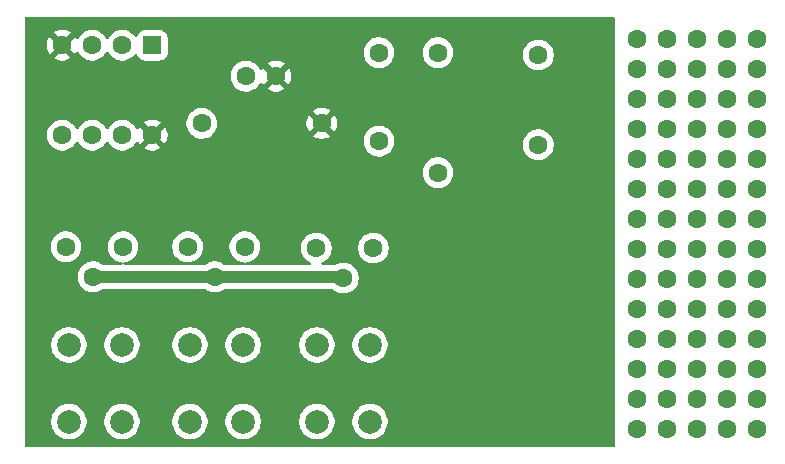
<source format=gbr>
%TF.GenerationSoftware,KiCad,Pcbnew,9.0.6*%
%TF.CreationDate,2026-01-05T22:50:17-06:00*%
%TF.ProjectId,learntosolderkit,6c656172-6e74-46f7-936f-6c6465726b69,rev?*%
%TF.SameCoordinates,Original*%
%TF.FileFunction,Copper,L2,Bot*%
%TF.FilePolarity,Positive*%
%FSLAX46Y46*%
G04 Gerber Fmt 4.6, Leading zero omitted, Abs format (unit mm)*
G04 Created by KiCad (PCBNEW 9.0.6) date 2026-01-05 22:50:17*
%MOMM*%
%LPD*%
G01*
G04 APERTURE LIST*
G04 Aperture macros list*
%AMRoundRect*
0 Rectangle with rounded corners*
0 $1 Rounding radius*
0 $2 $3 $4 $5 $6 $7 $8 $9 X,Y pos of 4 corners*
0 Add a 4 corners polygon primitive as box body*
4,1,4,$2,$3,$4,$5,$6,$7,$8,$9,$2,$3,0*
0 Add four circle primitives for the rounded corners*
1,1,$1+$1,$2,$3*
1,1,$1+$1,$4,$5*
1,1,$1+$1,$6,$7*
1,1,$1+$1,$8,$9*
0 Add four rect primitives between the rounded corners*
20,1,$1+$1,$2,$3,$4,$5,0*
20,1,$1+$1,$4,$5,$6,$7,0*
20,1,$1+$1,$6,$7,$8,$9,0*
20,1,$1+$1,$8,$9,$2,$3,0*%
G04 Aperture macros list end*
%TA.AperFunction,ComponentPad*%
%ADD10C,1.600000*%
%TD*%
%TA.AperFunction,ComponentPad*%
%ADD11C,2.000000*%
%TD*%
%TA.AperFunction,ComponentPad*%
%ADD12RoundRect,0.250000X-0.550000X0.550000X-0.550000X-0.550000X0.550000X-0.550000X0.550000X0.550000X0*%
%TD*%
%TA.AperFunction,Conductor*%
%ADD13C,1.000000*%
%TD*%
G04 APERTURE END LIST*
D10*
%TO.P,REF\u002A\u002A,1*%
%TO.N,N/C*%
X172980000Y-106840000D03*
X170440000Y-106840000D03*
X167900000Y-106840000D03*
X165360000Y-106840000D03*
X162820000Y-106840000D03*
X172980000Y-104300000D03*
X170440000Y-104300000D03*
X167900000Y-104300000D03*
X165360000Y-104300000D03*
X162820000Y-104300000D03*
X162820000Y-73820000D03*
X162820000Y-76360000D03*
X162820000Y-78900000D03*
X162820000Y-81440000D03*
X162820000Y-83980000D03*
X162820000Y-86520000D03*
X162820000Y-89060000D03*
X162820000Y-91600000D03*
X162820000Y-94140000D03*
X162820000Y-96680000D03*
X162820000Y-99220000D03*
X162820000Y-101760000D03*
X165360000Y-73820000D03*
X165360000Y-76360000D03*
X165360000Y-78900000D03*
X165360000Y-81440000D03*
X165360000Y-83980000D03*
X165360000Y-86520000D03*
X165360000Y-89060000D03*
X165360000Y-91600000D03*
X165360000Y-94140000D03*
X165360000Y-96680000D03*
X165360000Y-99220000D03*
X165360000Y-101760000D03*
X167900000Y-73820000D03*
X167900000Y-76360000D03*
X167900000Y-78900000D03*
X167900000Y-81440000D03*
X167900000Y-83980000D03*
X167900000Y-86520000D03*
X167900000Y-89060000D03*
X167900000Y-91600000D03*
X167900000Y-94140000D03*
X167900000Y-96680000D03*
X167900000Y-99220000D03*
X167900000Y-101760000D03*
X170440000Y-73820000D03*
X170440000Y-76360000D03*
X170440000Y-78900000D03*
X170440000Y-81440000D03*
X170440000Y-83980000D03*
X170440000Y-86520000D03*
X170440000Y-89060000D03*
X170440000Y-91600000D03*
X170440000Y-94140000D03*
X170440000Y-96680000D03*
X170440000Y-99220000D03*
X170440000Y-101760000D03*
X172980000Y-73820000D03*
X172980000Y-76360000D03*
X172980000Y-78900000D03*
X172980000Y-81440000D03*
X172980000Y-83980000D03*
X172980000Y-86520000D03*
X172980000Y-89060000D03*
X172980000Y-91600000D03*
X172980000Y-94140000D03*
X172980000Y-96680000D03*
X172980000Y-99220000D03*
X172980000Y-101760000D03*
%TD*%
%TO.P,BZ1,1,+*%
%TO.N,Net-(BZ1-+)*%
X154500000Y-82800000D03*
%TO.P,BZ1,2,-*%
%TO.N,GND*%
X154500000Y-75200000D03*
%TD*%
%TO.P,RV2,1,1*%
%TO.N,unconnected-(RV2-Pad1)*%
X129640000Y-91440000D03*
%TO.P,RV2,2,2*%
%TO.N,Net-(U1-THR)*%
X127100000Y-93980000D03*
%TO.P,RV2,3,3*%
%TO.N,Net-(RV2-Pad3)*%
X124800000Y-91440000D03*
%TD*%
%TO.P,J1,2*%
%TO.N,GND*%
X129750000Y-77000000D03*
%TO.P,J1,1*%
%TO.N,+9V*%
X132290000Y-77000000D03*
%TD*%
%TO.P,R2,1*%
%TO.N,buzz*%
X146000000Y-75000000D03*
%TO.P,R2,2*%
%TO.N,Net-(BZ1-+)*%
X146000000Y-85160000D03*
%TD*%
D11*
%TO.P,SW3,1,1*%
%TO.N,Net-(U1-DIS)*%
X140250000Y-99750000D03*
X140250000Y-106250000D03*
%TO.P,SW3,2,2*%
%TO.N,Net-(RV3-Pad3)*%
X135750000Y-99750000D03*
X135750000Y-106250000D03*
%TD*%
D10*
%TO.P,R1,1*%
%TO.N,+9V*%
X136160000Y-81000000D03*
%TO.P,R1,2*%
%TO.N,Net-(U1-DIS)*%
X126000000Y-81000000D03*
%TD*%
%TO.P,C1,1*%
%TO.N,Net-(U1-THR)*%
X141000000Y-82500000D03*
%TO.P,C1,2*%
%TO.N,GND*%
X141000000Y-75000000D03*
%TD*%
D12*
%TO.P,U1,1,GND*%
%TO.N,GND*%
X121810000Y-74380000D03*
D10*
%TO.P,U1,2,TR*%
%TO.N,Net-(U1-THR)*%
X119270000Y-74380000D03*
%TO.P,U1,3,Q*%
%TO.N,buzz*%
X116730000Y-74380000D03*
%TO.P,U1,4,R*%
%TO.N,+9V*%
X114190000Y-74380000D03*
%TO.P,U1,5,CV*%
%TO.N,unconnected-(U1-CV-Pad5)*%
X114190000Y-82000000D03*
%TO.P,U1,6,THR*%
%TO.N,Net-(U1-THR)*%
X116730000Y-82000000D03*
%TO.P,U1,7,DIS*%
%TO.N,Net-(U1-DIS)*%
X119270000Y-82000000D03*
%TO.P,U1,8,VCC*%
%TO.N,+9V*%
X121810000Y-82000000D03*
%TD*%
D11*
%TO.P,SW1,1,1*%
%TO.N,Net-(U1-DIS)*%
X119250000Y-99750000D03*
X119250000Y-106250000D03*
%TO.P,SW1,2,2*%
%TO.N,Net-(RV1-Pad3)*%
X114750000Y-99750000D03*
X114750000Y-106250000D03*
%TD*%
%TO.P,SW2,1,1*%
%TO.N,Net-(U1-DIS)*%
X129500000Y-99750000D03*
X129500000Y-106250000D03*
%TO.P,SW2,2,2*%
%TO.N,Net-(RV2-Pad3)*%
X125000000Y-99750000D03*
X125000000Y-106250000D03*
%TD*%
D10*
%TO.P,RV3,3,3*%
%TO.N,Net-(RV3-Pad3)*%
X135700000Y-91540000D03*
%TO.P,RV3,2,2*%
%TO.N,Net-(U1-THR)*%
X138000000Y-94080000D03*
%TO.P,RV3,1,1*%
%TO.N,unconnected-(RV3-Pad1)*%
X140540000Y-91540000D03*
%TD*%
%TO.P,RV1,1,1*%
%TO.N,unconnected-(RV1-Pad1)*%
X119340000Y-91440000D03*
%TO.P,RV1,2,2*%
%TO.N,Net-(U1-THR)*%
X116800000Y-93980000D03*
%TO.P,RV1,3,3*%
%TO.N,Net-(RV1-Pad3)*%
X114500000Y-91440000D03*
%TD*%
D13*
%TO.N,Net-(U1-THR)*%
X137900000Y-93980000D02*
X138000000Y-94080000D01*
X116800000Y-93980000D02*
X137900000Y-93980000D01*
%TO.N,Net-(U1-DIS)*%
X119300000Y-99700000D02*
X119250000Y-99750000D01*
%TD*%
%TA.AperFunction,Conductor*%
%TO.N,+9V*%
G36*
X160943039Y-72020185D02*
G01*
X160988794Y-72072989D01*
X161000000Y-72124500D01*
X161000000Y-108275500D01*
X160980315Y-108342539D01*
X160927511Y-108388294D01*
X160876000Y-108399500D01*
X111124500Y-108399500D01*
X111057461Y-108379815D01*
X111011706Y-108327011D01*
X111000500Y-108275500D01*
X111000500Y-106131902D01*
X113249500Y-106131902D01*
X113249500Y-106368097D01*
X113286446Y-106601368D01*
X113359433Y-106825996D01*
X113466657Y-107036433D01*
X113605483Y-107227510D01*
X113772490Y-107394517D01*
X113963567Y-107533343D01*
X114062991Y-107584002D01*
X114174003Y-107640566D01*
X114174005Y-107640566D01*
X114174008Y-107640568D01*
X114294412Y-107679689D01*
X114398631Y-107713553D01*
X114631903Y-107750500D01*
X114631908Y-107750500D01*
X114868097Y-107750500D01*
X115101368Y-107713553D01*
X115325992Y-107640568D01*
X115536433Y-107533343D01*
X115727510Y-107394517D01*
X115894517Y-107227510D01*
X116033343Y-107036433D01*
X116140568Y-106825992D01*
X116213553Y-106601368D01*
X116250500Y-106368097D01*
X116250500Y-106131902D01*
X117749500Y-106131902D01*
X117749500Y-106368097D01*
X117786446Y-106601368D01*
X117859433Y-106825996D01*
X117966657Y-107036433D01*
X118105483Y-107227510D01*
X118272490Y-107394517D01*
X118463567Y-107533343D01*
X118562991Y-107584002D01*
X118674003Y-107640566D01*
X118674005Y-107640566D01*
X118674008Y-107640568D01*
X118794412Y-107679689D01*
X118898631Y-107713553D01*
X119131903Y-107750500D01*
X119131908Y-107750500D01*
X119368097Y-107750500D01*
X119601368Y-107713553D01*
X119825992Y-107640568D01*
X120036433Y-107533343D01*
X120227510Y-107394517D01*
X120394517Y-107227510D01*
X120533343Y-107036433D01*
X120640568Y-106825992D01*
X120713553Y-106601368D01*
X120750500Y-106368097D01*
X120750500Y-106131902D01*
X123499500Y-106131902D01*
X123499500Y-106368097D01*
X123536446Y-106601368D01*
X123609433Y-106825996D01*
X123716657Y-107036433D01*
X123855483Y-107227510D01*
X124022490Y-107394517D01*
X124213567Y-107533343D01*
X124312991Y-107584002D01*
X124424003Y-107640566D01*
X124424005Y-107640566D01*
X124424008Y-107640568D01*
X124544412Y-107679689D01*
X124648631Y-107713553D01*
X124881903Y-107750500D01*
X124881908Y-107750500D01*
X125118097Y-107750500D01*
X125351368Y-107713553D01*
X125575992Y-107640568D01*
X125786433Y-107533343D01*
X125977510Y-107394517D01*
X126144517Y-107227510D01*
X126283343Y-107036433D01*
X126390568Y-106825992D01*
X126463553Y-106601368D01*
X126500500Y-106368097D01*
X126500500Y-106131902D01*
X127999500Y-106131902D01*
X127999500Y-106368097D01*
X128036446Y-106601368D01*
X128109433Y-106825996D01*
X128216657Y-107036433D01*
X128355483Y-107227510D01*
X128522490Y-107394517D01*
X128713567Y-107533343D01*
X128812991Y-107584002D01*
X128924003Y-107640566D01*
X128924005Y-107640566D01*
X128924008Y-107640568D01*
X129044412Y-107679689D01*
X129148631Y-107713553D01*
X129381903Y-107750500D01*
X129381908Y-107750500D01*
X129618097Y-107750500D01*
X129851368Y-107713553D01*
X130075992Y-107640568D01*
X130286433Y-107533343D01*
X130477510Y-107394517D01*
X130644517Y-107227510D01*
X130783343Y-107036433D01*
X130890568Y-106825992D01*
X130963553Y-106601368D01*
X131000500Y-106368097D01*
X131000500Y-106131902D01*
X134249500Y-106131902D01*
X134249500Y-106368097D01*
X134286446Y-106601368D01*
X134359433Y-106825996D01*
X134466657Y-107036433D01*
X134605483Y-107227510D01*
X134772490Y-107394517D01*
X134963567Y-107533343D01*
X135062991Y-107584002D01*
X135174003Y-107640566D01*
X135174005Y-107640566D01*
X135174008Y-107640568D01*
X135294412Y-107679689D01*
X135398631Y-107713553D01*
X135631903Y-107750500D01*
X135631908Y-107750500D01*
X135868097Y-107750500D01*
X136101368Y-107713553D01*
X136325992Y-107640568D01*
X136536433Y-107533343D01*
X136727510Y-107394517D01*
X136894517Y-107227510D01*
X137033343Y-107036433D01*
X137140568Y-106825992D01*
X137213553Y-106601368D01*
X137250500Y-106368097D01*
X137250500Y-106131902D01*
X138749500Y-106131902D01*
X138749500Y-106368097D01*
X138786446Y-106601368D01*
X138859433Y-106825996D01*
X138966657Y-107036433D01*
X139105483Y-107227510D01*
X139272490Y-107394517D01*
X139463567Y-107533343D01*
X139562991Y-107584002D01*
X139674003Y-107640566D01*
X139674005Y-107640566D01*
X139674008Y-107640568D01*
X139794412Y-107679689D01*
X139898631Y-107713553D01*
X140131903Y-107750500D01*
X140131908Y-107750500D01*
X140368097Y-107750500D01*
X140601368Y-107713553D01*
X140825992Y-107640568D01*
X141036433Y-107533343D01*
X141227510Y-107394517D01*
X141394517Y-107227510D01*
X141533343Y-107036433D01*
X141640568Y-106825992D01*
X141713553Y-106601368D01*
X141750500Y-106368097D01*
X141750500Y-106131902D01*
X141713553Y-105898631D01*
X141640566Y-105674003D01*
X141533342Y-105463566D01*
X141394517Y-105272490D01*
X141227510Y-105105483D01*
X141036433Y-104966657D01*
X140825996Y-104859433D01*
X140601368Y-104786446D01*
X140368097Y-104749500D01*
X140368092Y-104749500D01*
X140131908Y-104749500D01*
X140131903Y-104749500D01*
X139898631Y-104786446D01*
X139674003Y-104859433D01*
X139463566Y-104966657D01*
X139354550Y-105045862D01*
X139272490Y-105105483D01*
X139272488Y-105105485D01*
X139272487Y-105105485D01*
X139105485Y-105272487D01*
X139105485Y-105272488D01*
X139105483Y-105272490D01*
X139045862Y-105354550D01*
X138966657Y-105463566D01*
X138859433Y-105674003D01*
X138786446Y-105898631D01*
X138749500Y-106131902D01*
X137250500Y-106131902D01*
X137213553Y-105898631D01*
X137140566Y-105674003D01*
X137033342Y-105463566D01*
X136894517Y-105272490D01*
X136727510Y-105105483D01*
X136536433Y-104966657D01*
X136325996Y-104859433D01*
X136101368Y-104786446D01*
X135868097Y-104749500D01*
X135868092Y-104749500D01*
X135631908Y-104749500D01*
X135631903Y-104749500D01*
X135398631Y-104786446D01*
X135174003Y-104859433D01*
X134963566Y-104966657D01*
X134854550Y-105045862D01*
X134772490Y-105105483D01*
X134772488Y-105105485D01*
X134772487Y-105105485D01*
X134605485Y-105272487D01*
X134605485Y-105272488D01*
X134605483Y-105272490D01*
X134545862Y-105354550D01*
X134466657Y-105463566D01*
X134359433Y-105674003D01*
X134286446Y-105898631D01*
X134249500Y-106131902D01*
X131000500Y-106131902D01*
X130963553Y-105898631D01*
X130890566Y-105674003D01*
X130783342Y-105463566D01*
X130644517Y-105272490D01*
X130477510Y-105105483D01*
X130286433Y-104966657D01*
X130075996Y-104859433D01*
X129851368Y-104786446D01*
X129618097Y-104749500D01*
X129618092Y-104749500D01*
X129381908Y-104749500D01*
X129381903Y-104749500D01*
X129148631Y-104786446D01*
X128924003Y-104859433D01*
X128713566Y-104966657D01*
X128604550Y-105045862D01*
X128522490Y-105105483D01*
X128522488Y-105105485D01*
X128522487Y-105105485D01*
X128355485Y-105272487D01*
X128355485Y-105272488D01*
X128355483Y-105272490D01*
X128295862Y-105354550D01*
X128216657Y-105463566D01*
X128109433Y-105674003D01*
X128036446Y-105898631D01*
X127999500Y-106131902D01*
X126500500Y-106131902D01*
X126463553Y-105898631D01*
X126390566Y-105674003D01*
X126283342Y-105463566D01*
X126144517Y-105272490D01*
X125977510Y-105105483D01*
X125786433Y-104966657D01*
X125575996Y-104859433D01*
X125351368Y-104786446D01*
X125118097Y-104749500D01*
X125118092Y-104749500D01*
X124881908Y-104749500D01*
X124881903Y-104749500D01*
X124648631Y-104786446D01*
X124424003Y-104859433D01*
X124213566Y-104966657D01*
X124104550Y-105045862D01*
X124022490Y-105105483D01*
X124022488Y-105105485D01*
X124022487Y-105105485D01*
X123855485Y-105272487D01*
X123855485Y-105272488D01*
X123855483Y-105272490D01*
X123795862Y-105354550D01*
X123716657Y-105463566D01*
X123609433Y-105674003D01*
X123536446Y-105898631D01*
X123499500Y-106131902D01*
X120750500Y-106131902D01*
X120713553Y-105898631D01*
X120640566Y-105674003D01*
X120533342Y-105463566D01*
X120394517Y-105272490D01*
X120227510Y-105105483D01*
X120036433Y-104966657D01*
X119825996Y-104859433D01*
X119601368Y-104786446D01*
X119368097Y-104749500D01*
X119368092Y-104749500D01*
X119131908Y-104749500D01*
X119131903Y-104749500D01*
X118898631Y-104786446D01*
X118674003Y-104859433D01*
X118463566Y-104966657D01*
X118354550Y-105045862D01*
X118272490Y-105105483D01*
X118272488Y-105105485D01*
X118272487Y-105105485D01*
X118105485Y-105272487D01*
X118105485Y-105272488D01*
X118105483Y-105272490D01*
X118045862Y-105354550D01*
X117966657Y-105463566D01*
X117859433Y-105674003D01*
X117786446Y-105898631D01*
X117749500Y-106131902D01*
X116250500Y-106131902D01*
X116213553Y-105898631D01*
X116140566Y-105674003D01*
X116033342Y-105463566D01*
X115894517Y-105272490D01*
X115727510Y-105105483D01*
X115536433Y-104966657D01*
X115325996Y-104859433D01*
X115101368Y-104786446D01*
X114868097Y-104749500D01*
X114868092Y-104749500D01*
X114631908Y-104749500D01*
X114631903Y-104749500D01*
X114398631Y-104786446D01*
X114174003Y-104859433D01*
X113963566Y-104966657D01*
X113854550Y-105045862D01*
X113772490Y-105105483D01*
X113772488Y-105105485D01*
X113772487Y-105105485D01*
X113605485Y-105272487D01*
X113605485Y-105272488D01*
X113605483Y-105272490D01*
X113545862Y-105354550D01*
X113466657Y-105463566D01*
X113359433Y-105674003D01*
X113286446Y-105898631D01*
X113249500Y-106131902D01*
X111000500Y-106131902D01*
X111000500Y-99631902D01*
X113249500Y-99631902D01*
X113249500Y-99868097D01*
X113286446Y-100101368D01*
X113359433Y-100325996D01*
X113466657Y-100536433D01*
X113605483Y-100727510D01*
X113772490Y-100894517D01*
X113963567Y-101033343D01*
X114062991Y-101084002D01*
X114174003Y-101140566D01*
X114174005Y-101140566D01*
X114174008Y-101140568D01*
X114294412Y-101179689D01*
X114398631Y-101213553D01*
X114631903Y-101250500D01*
X114631908Y-101250500D01*
X114868097Y-101250500D01*
X115101368Y-101213553D01*
X115325992Y-101140568D01*
X115536433Y-101033343D01*
X115727510Y-100894517D01*
X115894517Y-100727510D01*
X116033343Y-100536433D01*
X116140568Y-100325992D01*
X116213553Y-100101368D01*
X116250500Y-99868097D01*
X116250500Y-99631902D01*
X117749500Y-99631902D01*
X117749500Y-99868097D01*
X117786446Y-100101368D01*
X117859433Y-100325996D01*
X117966657Y-100536433D01*
X118105483Y-100727510D01*
X118272490Y-100894517D01*
X118463567Y-101033343D01*
X118562991Y-101084002D01*
X118674003Y-101140566D01*
X118674005Y-101140566D01*
X118674008Y-101140568D01*
X118794412Y-101179689D01*
X118898631Y-101213553D01*
X119131903Y-101250500D01*
X119131908Y-101250500D01*
X119368097Y-101250500D01*
X119601368Y-101213553D01*
X119825992Y-101140568D01*
X120036433Y-101033343D01*
X120227510Y-100894517D01*
X120394517Y-100727510D01*
X120533343Y-100536433D01*
X120640568Y-100325992D01*
X120713553Y-100101368D01*
X120750500Y-99868097D01*
X120750500Y-99631902D01*
X123499500Y-99631902D01*
X123499500Y-99868097D01*
X123536446Y-100101368D01*
X123609433Y-100325996D01*
X123716657Y-100536433D01*
X123855483Y-100727510D01*
X124022490Y-100894517D01*
X124213567Y-101033343D01*
X124312991Y-101084002D01*
X124424003Y-101140566D01*
X124424005Y-101140566D01*
X124424008Y-101140568D01*
X124544412Y-101179689D01*
X124648631Y-101213553D01*
X124881903Y-101250500D01*
X124881908Y-101250500D01*
X125118097Y-101250500D01*
X125351368Y-101213553D01*
X125575992Y-101140568D01*
X125786433Y-101033343D01*
X125977510Y-100894517D01*
X126144517Y-100727510D01*
X126283343Y-100536433D01*
X126390568Y-100325992D01*
X126463553Y-100101368D01*
X126500500Y-99868097D01*
X126500500Y-99631902D01*
X127999500Y-99631902D01*
X127999500Y-99868097D01*
X128036446Y-100101368D01*
X128109433Y-100325996D01*
X128216657Y-100536433D01*
X128355483Y-100727510D01*
X128522490Y-100894517D01*
X128713567Y-101033343D01*
X128812991Y-101084002D01*
X128924003Y-101140566D01*
X128924005Y-101140566D01*
X128924008Y-101140568D01*
X129044412Y-101179689D01*
X129148631Y-101213553D01*
X129381903Y-101250500D01*
X129381908Y-101250500D01*
X129618097Y-101250500D01*
X129851368Y-101213553D01*
X130075992Y-101140568D01*
X130286433Y-101033343D01*
X130477510Y-100894517D01*
X130644517Y-100727510D01*
X130783343Y-100536433D01*
X130890568Y-100325992D01*
X130963553Y-100101368D01*
X131000500Y-99868097D01*
X131000500Y-99631902D01*
X134249500Y-99631902D01*
X134249500Y-99868097D01*
X134286446Y-100101368D01*
X134359433Y-100325996D01*
X134466657Y-100536433D01*
X134605483Y-100727510D01*
X134772490Y-100894517D01*
X134963567Y-101033343D01*
X135062991Y-101084002D01*
X135174003Y-101140566D01*
X135174005Y-101140566D01*
X135174008Y-101140568D01*
X135294412Y-101179689D01*
X135398631Y-101213553D01*
X135631903Y-101250500D01*
X135631908Y-101250500D01*
X135868097Y-101250500D01*
X136101368Y-101213553D01*
X136325992Y-101140568D01*
X136536433Y-101033343D01*
X136727510Y-100894517D01*
X136894517Y-100727510D01*
X137033343Y-100536433D01*
X137140568Y-100325992D01*
X137213553Y-100101368D01*
X137250500Y-99868097D01*
X137250500Y-99631902D01*
X138749500Y-99631902D01*
X138749500Y-99868097D01*
X138786446Y-100101368D01*
X138859433Y-100325996D01*
X138966657Y-100536433D01*
X139105483Y-100727510D01*
X139272490Y-100894517D01*
X139463567Y-101033343D01*
X139562991Y-101084002D01*
X139674003Y-101140566D01*
X139674005Y-101140566D01*
X139674008Y-101140568D01*
X139794412Y-101179689D01*
X139898631Y-101213553D01*
X140131903Y-101250500D01*
X140131908Y-101250500D01*
X140368097Y-101250500D01*
X140601368Y-101213553D01*
X140825992Y-101140568D01*
X141036433Y-101033343D01*
X141227510Y-100894517D01*
X141394517Y-100727510D01*
X141533343Y-100536433D01*
X141640568Y-100325992D01*
X141713553Y-100101368D01*
X141750500Y-99868097D01*
X141750500Y-99631902D01*
X141713553Y-99398631D01*
X141640566Y-99174003D01*
X141533342Y-98963566D01*
X141394517Y-98772490D01*
X141227510Y-98605483D01*
X141036433Y-98466657D01*
X140825996Y-98359433D01*
X140601368Y-98286446D01*
X140368097Y-98249500D01*
X140368092Y-98249500D01*
X140131908Y-98249500D01*
X140131903Y-98249500D01*
X139898631Y-98286446D01*
X139674003Y-98359433D01*
X139463566Y-98466657D01*
X139354550Y-98545862D01*
X139272490Y-98605483D01*
X139272488Y-98605485D01*
X139272487Y-98605485D01*
X139105485Y-98772487D01*
X139105485Y-98772488D01*
X139105483Y-98772490D01*
X139045862Y-98854550D01*
X138966657Y-98963566D01*
X138859433Y-99174003D01*
X138786446Y-99398631D01*
X138749500Y-99631902D01*
X137250500Y-99631902D01*
X137213553Y-99398631D01*
X137140566Y-99174003D01*
X137033342Y-98963566D01*
X136894517Y-98772490D01*
X136727510Y-98605483D01*
X136536433Y-98466657D01*
X136325996Y-98359433D01*
X136101368Y-98286446D01*
X135868097Y-98249500D01*
X135868092Y-98249500D01*
X135631908Y-98249500D01*
X135631903Y-98249500D01*
X135398631Y-98286446D01*
X135174003Y-98359433D01*
X134963566Y-98466657D01*
X134854550Y-98545862D01*
X134772490Y-98605483D01*
X134772488Y-98605485D01*
X134772487Y-98605485D01*
X134605485Y-98772487D01*
X134605485Y-98772488D01*
X134605483Y-98772490D01*
X134545862Y-98854550D01*
X134466657Y-98963566D01*
X134359433Y-99174003D01*
X134286446Y-99398631D01*
X134249500Y-99631902D01*
X131000500Y-99631902D01*
X130963553Y-99398631D01*
X130890566Y-99174003D01*
X130783342Y-98963566D01*
X130644517Y-98772490D01*
X130477510Y-98605483D01*
X130286433Y-98466657D01*
X130075996Y-98359433D01*
X129851368Y-98286446D01*
X129618097Y-98249500D01*
X129618092Y-98249500D01*
X129381908Y-98249500D01*
X129381903Y-98249500D01*
X129148631Y-98286446D01*
X128924003Y-98359433D01*
X128713566Y-98466657D01*
X128604550Y-98545862D01*
X128522490Y-98605483D01*
X128522488Y-98605485D01*
X128522487Y-98605485D01*
X128355485Y-98772487D01*
X128355485Y-98772488D01*
X128355483Y-98772490D01*
X128295862Y-98854550D01*
X128216657Y-98963566D01*
X128109433Y-99174003D01*
X128036446Y-99398631D01*
X127999500Y-99631902D01*
X126500500Y-99631902D01*
X126463553Y-99398631D01*
X126390566Y-99174003D01*
X126283342Y-98963566D01*
X126144517Y-98772490D01*
X125977510Y-98605483D01*
X125786433Y-98466657D01*
X125575996Y-98359433D01*
X125351368Y-98286446D01*
X125118097Y-98249500D01*
X125118092Y-98249500D01*
X124881908Y-98249500D01*
X124881903Y-98249500D01*
X124648631Y-98286446D01*
X124424003Y-98359433D01*
X124213566Y-98466657D01*
X124104550Y-98545862D01*
X124022490Y-98605483D01*
X124022488Y-98605485D01*
X124022487Y-98605485D01*
X123855485Y-98772487D01*
X123855485Y-98772488D01*
X123855483Y-98772490D01*
X123795862Y-98854550D01*
X123716657Y-98963566D01*
X123609433Y-99174003D01*
X123536446Y-99398631D01*
X123499500Y-99631902D01*
X120750500Y-99631902D01*
X120713553Y-99398631D01*
X120640566Y-99174003D01*
X120533342Y-98963566D01*
X120394517Y-98772490D01*
X120227510Y-98605483D01*
X120036433Y-98466657D01*
X119825996Y-98359433D01*
X119601368Y-98286446D01*
X119368097Y-98249500D01*
X119368092Y-98249500D01*
X119131908Y-98249500D01*
X119131903Y-98249500D01*
X118898631Y-98286446D01*
X118674003Y-98359433D01*
X118463566Y-98466657D01*
X118354550Y-98545862D01*
X118272490Y-98605483D01*
X118272488Y-98605485D01*
X118272487Y-98605485D01*
X118105485Y-98772487D01*
X118105485Y-98772488D01*
X118105483Y-98772490D01*
X118045862Y-98854550D01*
X117966657Y-98963566D01*
X117859433Y-99174003D01*
X117786446Y-99398631D01*
X117749500Y-99631902D01*
X116250500Y-99631902D01*
X116213553Y-99398631D01*
X116140566Y-99174003D01*
X116033342Y-98963566D01*
X115894517Y-98772490D01*
X115727510Y-98605483D01*
X115536433Y-98466657D01*
X115325996Y-98359433D01*
X115101368Y-98286446D01*
X114868097Y-98249500D01*
X114868092Y-98249500D01*
X114631908Y-98249500D01*
X114631903Y-98249500D01*
X114398631Y-98286446D01*
X114174003Y-98359433D01*
X113963566Y-98466657D01*
X113854550Y-98545862D01*
X113772490Y-98605483D01*
X113772488Y-98605485D01*
X113772487Y-98605485D01*
X113605485Y-98772487D01*
X113605485Y-98772488D01*
X113605483Y-98772490D01*
X113545862Y-98854550D01*
X113466657Y-98963566D01*
X113359433Y-99174003D01*
X113286446Y-99398631D01*
X113249500Y-99631902D01*
X111000500Y-99631902D01*
X111000500Y-93877648D01*
X115499500Y-93877648D01*
X115499500Y-94082351D01*
X115531522Y-94284534D01*
X115594781Y-94479223D01*
X115687715Y-94661613D01*
X115808028Y-94827213D01*
X115952786Y-94971971D01*
X116090420Y-95071966D01*
X116118390Y-95092287D01*
X116234607Y-95151503D01*
X116300776Y-95185218D01*
X116300778Y-95185218D01*
X116300781Y-95185220D01*
X116405137Y-95219127D01*
X116495465Y-95248477D01*
X116596557Y-95264488D01*
X116697648Y-95280500D01*
X116697649Y-95280500D01*
X116902351Y-95280500D01*
X116902352Y-95280500D01*
X117104534Y-95248477D01*
X117299219Y-95185220D01*
X117481610Y-95092287D01*
X117602877Y-95004181D01*
X117668683Y-94980702D01*
X117675762Y-94980500D01*
X126224238Y-94980500D01*
X126291277Y-95000185D01*
X126297119Y-95004179D01*
X126418390Y-95092287D01*
X126534607Y-95151503D01*
X126600776Y-95185218D01*
X126600778Y-95185218D01*
X126600781Y-95185220D01*
X126705137Y-95219127D01*
X126795465Y-95248477D01*
X126896557Y-95264488D01*
X126997648Y-95280500D01*
X126997649Y-95280500D01*
X127202351Y-95280500D01*
X127202352Y-95280500D01*
X127404534Y-95248477D01*
X127599219Y-95185220D01*
X127781610Y-95092287D01*
X127902877Y-95004181D01*
X127968683Y-94980702D01*
X127975762Y-94980500D01*
X137009953Y-94980500D01*
X137076992Y-95000185D01*
X137097634Y-95016819D01*
X137152786Y-95071971D01*
X137307749Y-95184556D01*
X137318390Y-95192287D01*
X137428669Y-95248477D01*
X137500776Y-95285218D01*
X137500778Y-95285218D01*
X137500781Y-95285220D01*
X137605137Y-95319127D01*
X137695465Y-95348477D01*
X137796557Y-95364488D01*
X137897648Y-95380500D01*
X137897649Y-95380500D01*
X138102351Y-95380500D01*
X138102352Y-95380500D01*
X138304534Y-95348477D01*
X138499219Y-95285220D01*
X138681610Y-95192287D01*
X138774590Y-95124732D01*
X138847213Y-95071971D01*
X138847215Y-95071968D01*
X138847219Y-95071966D01*
X138991966Y-94927219D01*
X138991968Y-94927215D01*
X138991971Y-94927213D01*
X139044732Y-94854590D01*
X139112287Y-94761610D01*
X139205220Y-94579219D01*
X139268477Y-94384534D01*
X139300500Y-94182352D01*
X139300500Y-93977648D01*
X139268477Y-93775466D01*
X139205220Y-93580781D01*
X139205218Y-93580778D01*
X139205218Y-93580776D01*
X139154265Y-93480776D01*
X139112287Y-93398390D01*
X139104556Y-93387749D01*
X138991971Y-93232786D01*
X138847213Y-93088028D01*
X138681613Y-92967715D01*
X138681612Y-92967714D01*
X138681610Y-92967713D01*
X138624653Y-92938691D01*
X138499223Y-92874781D01*
X138304534Y-92811522D01*
X138129995Y-92783878D01*
X138102352Y-92779500D01*
X137897648Y-92779500D01*
X137873329Y-92783351D01*
X137695465Y-92811522D01*
X137500776Y-92874781D01*
X137383899Y-92934334D01*
X137321779Y-92965985D01*
X137265488Y-92979500D01*
X136255917Y-92979500D01*
X136188878Y-92959815D01*
X136143123Y-92907011D01*
X136133179Y-92837853D01*
X136162204Y-92774297D01*
X136199622Y-92745015D01*
X136233705Y-92727648D01*
X136381610Y-92652287D01*
X136474590Y-92584732D01*
X136547213Y-92531971D01*
X136547215Y-92531968D01*
X136547219Y-92531966D01*
X136691966Y-92387219D01*
X136691968Y-92387215D01*
X136691971Y-92387213D01*
X136744732Y-92314590D01*
X136812287Y-92221610D01*
X136905220Y-92039219D01*
X136968477Y-91844534D01*
X137000500Y-91642352D01*
X137000500Y-91437648D01*
X139239500Y-91437648D01*
X139239500Y-91642351D01*
X139271522Y-91844534D01*
X139334781Y-92039223D01*
X139427715Y-92221613D01*
X139548028Y-92387213D01*
X139692786Y-92531971D01*
X139847749Y-92644556D01*
X139858390Y-92652287D01*
X139968669Y-92708477D01*
X140040776Y-92745218D01*
X140040778Y-92745218D01*
X140040781Y-92745220D01*
X140145137Y-92779127D01*
X140235465Y-92808477D01*
X140336557Y-92824488D01*
X140437648Y-92840500D01*
X140437649Y-92840500D01*
X140642351Y-92840500D01*
X140642352Y-92840500D01*
X140844534Y-92808477D01*
X141039219Y-92745220D01*
X141221610Y-92652287D01*
X141314590Y-92584732D01*
X141387213Y-92531971D01*
X141387215Y-92531968D01*
X141387219Y-92531966D01*
X141531966Y-92387219D01*
X141531968Y-92387215D01*
X141531971Y-92387213D01*
X141584732Y-92314590D01*
X141652287Y-92221610D01*
X141745220Y-92039219D01*
X141808477Y-91844534D01*
X141840500Y-91642352D01*
X141840500Y-91437648D01*
X141808477Y-91235466D01*
X141745220Y-91040781D01*
X141745218Y-91040778D01*
X141745218Y-91040776D01*
X141694265Y-90940776D01*
X141652287Y-90858390D01*
X141644556Y-90847749D01*
X141531971Y-90692786D01*
X141387213Y-90548028D01*
X141221613Y-90427715D01*
X141221612Y-90427714D01*
X141221610Y-90427713D01*
X141164653Y-90398691D01*
X141039223Y-90334781D01*
X140844534Y-90271522D01*
X140669995Y-90243878D01*
X140642352Y-90239500D01*
X140437648Y-90239500D01*
X140413329Y-90243351D01*
X140235465Y-90271522D01*
X140040776Y-90334781D01*
X139858386Y-90427715D01*
X139692786Y-90548028D01*
X139548028Y-90692786D01*
X139427715Y-90858386D01*
X139334781Y-91040776D01*
X139271522Y-91235465D01*
X139239500Y-91437648D01*
X137000500Y-91437648D01*
X136968477Y-91235466D01*
X136905220Y-91040781D01*
X136905218Y-91040778D01*
X136905218Y-91040776D01*
X136854265Y-90940776D01*
X136812287Y-90858390D01*
X136804556Y-90847749D01*
X136691971Y-90692786D01*
X136547213Y-90548028D01*
X136381613Y-90427715D01*
X136381612Y-90427714D01*
X136381610Y-90427713D01*
X136324653Y-90398691D01*
X136199223Y-90334781D01*
X136004534Y-90271522D01*
X135829995Y-90243878D01*
X135802352Y-90239500D01*
X135597648Y-90239500D01*
X135573329Y-90243351D01*
X135395465Y-90271522D01*
X135200776Y-90334781D01*
X135018386Y-90427715D01*
X134852786Y-90548028D01*
X134708028Y-90692786D01*
X134587715Y-90858386D01*
X134494781Y-91040776D01*
X134431522Y-91235465D01*
X134399500Y-91437648D01*
X134399500Y-91642351D01*
X134431522Y-91844534D01*
X134494781Y-92039223D01*
X134587715Y-92221613D01*
X134708028Y-92387213D01*
X134852786Y-92531971D01*
X135007749Y-92644556D01*
X135018390Y-92652287D01*
X135128669Y-92708477D01*
X135200378Y-92745015D01*
X135251174Y-92792990D01*
X135267969Y-92860811D01*
X135245431Y-92926946D01*
X135190716Y-92970397D01*
X135144083Y-92979500D01*
X129808931Y-92979500D01*
X129741892Y-92959815D01*
X129696137Y-92907011D01*
X129686193Y-92837853D01*
X129715218Y-92774297D01*
X129773996Y-92736523D01*
X129789530Y-92733027D01*
X129944534Y-92708477D01*
X130139219Y-92645220D01*
X130321610Y-92552287D01*
X130414590Y-92484732D01*
X130487213Y-92431971D01*
X130487215Y-92431968D01*
X130487219Y-92431966D01*
X130631966Y-92287219D01*
X130631968Y-92287215D01*
X130631971Y-92287213D01*
X130684732Y-92214590D01*
X130752287Y-92121610D01*
X130845220Y-91939219D01*
X130908477Y-91744534D01*
X130940500Y-91542352D01*
X130940500Y-91337648D01*
X130908477Y-91135466D01*
X130845220Y-90940781D01*
X130845218Y-90940778D01*
X130845218Y-90940776D01*
X130811503Y-90874607D01*
X130752287Y-90758390D01*
X130744556Y-90747749D01*
X130631971Y-90592786D01*
X130487213Y-90448028D01*
X130321613Y-90327715D01*
X130321612Y-90327714D01*
X130321610Y-90327713D01*
X130264653Y-90298691D01*
X130139223Y-90234781D01*
X129944534Y-90171522D01*
X129769995Y-90143878D01*
X129742352Y-90139500D01*
X129537648Y-90139500D01*
X129513329Y-90143351D01*
X129335465Y-90171522D01*
X129140776Y-90234781D01*
X128958386Y-90327715D01*
X128792786Y-90448028D01*
X128648028Y-90592786D01*
X128527715Y-90758386D01*
X128434781Y-90940776D01*
X128371522Y-91135465D01*
X128339500Y-91337648D01*
X128339500Y-91542351D01*
X128371522Y-91744534D01*
X128434781Y-91939223D01*
X128527715Y-92121613D01*
X128648028Y-92287213D01*
X128792786Y-92431971D01*
X128930420Y-92531966D01*
X128958390Y-92552287D01*
X129074607Y-92611503D01*
X129140776Y-92645218D01*
X129140778Y-92645218D01*
X129140781Y-92645220D01*
X129245137Y-92679127D01*
X129335465Y-92708477D01*
X129354697Y-92711523D01*
X129490467Y-92733027D01*
X129553602Y-92762956D01*
X129590533Y-92822268D01*
X129589535Y-92892130D01*
X129550925Y-92950363D01*
X129486962Y-92978477D01*
X129471069Y-92979500D01*
X127975762Y-92979500D01*
X127908723Y-92959815D01*
X127902877Y-92955818D01*
X127781613Y-92867715D01*
X127781612Y-92867714D01*
X127781610Y-92867713D01*
X127723007Y-92837853D01*
X127599223Y-92774781D01*
X127404534Y-92711522D01*
X127229995Y-92683878D01*
X127202352Y-92679500D01*
X126997648Y-92679500D01*
X126973329Y-92683351D01*
X126795465Y-92711522D01*
X126600776Y-92774781D01*
X126418386Y-92867715D01*
X126297123Y-92955818D01*
X126231317Y-92979298D01*
X126224238Y-92979500D01*
X124968931Y-92979500D01*
X124901892Y-92959815D01*
X124856137Y-92907011D01*
X124846193Y-92837853D01*
X124875218Y-92774297D01*
X124933996Y-92736523D01*
X124949530Y-92733027D01*
X125104534Y-92708477D01*
X125299219Y-92645220D01*
X125481610Y-92552287D01*
X125574590Y-92484732D01*
X125647213Y-92431971D01*
X125647215Y-92431968D01*
X125647219Y-92431966D01*
X125791966Y-92287219D01*
X125791968Y-92287215D01*
X125791971Y-92287213D01*
X125844732Y-92214590D01*
X125912287Y-92121610D01*
X126005220Y-91939219D01*
X126068477Y-91744534D01*
X126100500Y-91542352D01*
X126100500Y-91337648D01*
X126068477Y-91135466D01*
X126005220Y-90940781D01*
X126005218Y-90940778D01*
X126005218Y-90940776D01*
X125971503Y-90874607D01*
X125912287Y-90758390D01*
X125904556Y-90747749D01*
X125791971Y-90592786D01*
X125647213Y-90448028D01*
X125481613Y-90327715D01*
X125481612Y-90327714D01*
X125481610Y-90327713D01*
X125424653Y-90298691D01*
X125299223Y-90234781D01*
X125104534Y-90171522D01*
X124929995Y-90143878D01*
X124902352Y-90139500D01*
X124697648Y-90139500D01*
X124673329Y-90143351D01*
X124495465Y-90171522D01*
X124300776Y-90234781D01*
X124118386Y-90327715D01*
X123952786Y-90448028D01*
X123808028Y-90592786D01*
X123687715Y-90758386D01*
X123594781Y-90940776D01*
X123531522Y-91135465D01*
X123499500Y-91337648D01*
X123499500Y-91542351D01*
X123531522Y-91744534D01*
X123594781Y-91939223D01*
X123687715Y-92121613D01*
X123808028Y-92287213D01*
X123952786Y-92431971D01*
X124090420Y-92531966D01*
X124118390Y-92552287D01*
X124234607Y-92611503D01*
X124300776Y-92645218D01*
X124300778Y-92645218D01*
X124300781Y-92645220D01*
X124405137Y-92679127D01*
X124495465Y-92708477D01*
X124514697Y-92711523D01*
X124650467Y-92733027D01*
X124713602Y-92762956D01*
X124750533Y-92822268D01*
X124749535Y-92892130D01*
X124710925Y-92950363D01*
X124646962Y-92978477D01*
X124631069Y-92979500D01*
X119508931Y-92979500D01*
X119441892Y-92959815D01*
X119396137Y-92907011D01*
X119386193Y-92837853D01*
X119415218Y-92774297D01*
X119473996Y-92736523D01*
X119489530Y-92733027D01*
X119644534Y-92708477D01*
X119839219Y-92645220D01*
X120021610Y-92552287D01*
X120114590Y-92484732D01*
X120187213Y-92431971D01*
X120187215Y-92431968D01*
X120187219Y-92431966D01*
X120331966Y-92287219D01*
X120331968Y-92287215D01*
X120331971Y-92287213D01*
X120384732Y-92214590D01*
X120452287Y-92121610D01*
X120545220Y-91939219D01*
X120608477Y-91744534D01*
X120640500Y-91542352D01*
X120640500Y-91337648D01*
X120608477Y-91135466D01*
X120545220Y-90940781D01*
X120545218Y-90940778D01*
X120545218Y-90940776D01*
X120511503Y-90874607D01*
X120452287Y-90758390D01*
X120444556Y-90747749D01*
X120331971Y-90592786D01*
X120187213Y-90448028D01*
X120021613Y-90327715D01*
X120021612Y-90327714D01*
X120021610Y-90327713D01*
X119964653Y-90298691D01*
X119839223Y-90234781D01*
X119644534Y-90171522D01*
X119469995Y-90143878D01*
X119442352Y-90139500D01*
X119237648Y-90139500D01*
X119213329Y-90143351D01*
X119035465Y-90171522D01*
X118840776Y-90234781D01*
X118658386Y-90327715D01*
X118492786Y-90448028D01*
X118348028Y-90592786D01*
X118227715Y-90758386D01*
X118134781Y-90940776D01*
X118071522Y-91135465D01*
X118039500Y-91337648D01*
X118039500Y-91542351D01*
X118071522Y-91744534D01*
X118134781Y-91939223D01*
X118227715Y-92121613D01*
X118348028Y-92287213D01*
X118492786Y-92431971D01*
X118630420Y-92531966D01*
X118658390Y-92552287D01*
X118774607Y-92611503D01*
X118840776Y-92645218D01*
X118840778Y-92645218D01*
X118840781Y-92645220D01*
X118945137Y-92679127D01*
X119035465Y-92708477D01*
X119054697Y-92711523D01*
X119190467Y-92733027D01*
X119253602Y-92762956D01*
X119290533Y-92822268D01*
X119289535Y-92892130D01*
X119250925Y-92950363D01*
X119186962Y-92978477D01*
X119171069Y-92979500D01*
X117675762Y-92979500D01*
X117608723Y-92959815D01*
X117602877Y-92955818D01*
X117481613Y-92867715D01*
X117481612Y-92867714D01*
X117481610Y-92867713D01*
X117423007Y-92837853D01*
X117299223Y-92774781D01*
X117104534Y-92711522D01*
X116929995Y-92683878D01*
X116902352Y-92679500D01*
X116697648Y-92679500D01*
X116673329Y-92683351D01*
X116495465Y-92711522D01*
X116300776Y-92774781D01*
X116118386Y-92867715D01*
X115952786Y-92988028D01*
X115808028Y-93132786D01*
X115687715Y-93298386D01*
X115594781Y-93480776D01*
X115531522Y-93675465D01*
X115499500Y-93877648D01*
X111000500Y-93877648D01*
X111000500Y-91337648D01*
X113199500Y-91337648D01*
X113199500Y-91542351D01*
X113231522Y-91744534D01*
X113294781Y-91939223D01*
X113387715Y-92121613D01*
X113508028Y-92287213D01*
X113652786Y-92431971D01*
X113790420Y-92531966D01*
X113818390Y-92552287D01*
X113934607Y-92611503D01*
X114000776Y-92645218D01*
X114000778Y-92645218D01*
X114000781Y-92645220D01*
X114105137Y-92679127D01*
X114195465Y-92708477D01*
X114214697Y-92711523D01*
X114397648Y-92740500D01*
X114397649Y-92740500D01*
X114602351Y-92740500D01*
X114602352Y-92740500D01*
X114804534Y-92708477D01*
X114999219Y-92645220D01*
X115181610Y-92552287D01*
X115274590Y-92484732D01*
X115347213Y-92431971D01*
X115347215Y-92431968D01*
X115347219Y-92431966D01*
X115491966Y-92287219D01*
X115491968Y-92287215D01*
X115491971Y-92287213D01*
X115544732Y-92214590D01*
X115612287Y-92121610D01*
X115705220Y-91939219D01*
X115768477Y-91744534D01*
X115800500Y-91542352D01*
X115800500Y-91337648D01*
X115768477Y-91135466D01*
X115705220Y-90940781D01*
X115705218Y-90940778D01*
X115705218Y-90940776D01*
X115671503Y-90874607D01*
X115612287Y-90758390D01*
X115604556Y-90747749D01*
X115491971Y-90592786D01*
X115347213Y-90448028D01*
X115181613Y-90327715D01*
X115181612Y-90327714D01*
X115181610Y-90327713D01*
X115124653Y-90298691D01*
X114999223Y-90234781D01*
X114804534Y-90171522D01*
X114629995Y-90143878D01*
X114602352Y-90139500D01*
X114397648Y-90139500D01*
X114373329Y-90143351D01*
X114195465Y-90171522D01*
X114000776Y-90234781D01*
X113818386Y-90327715D01*
X113652786Y-90448028D01*
X113508028Y-90592786D01*
X113387715Y-90758386D01*
X113294781Y-90940776D01*
X113231522Y-91135465D01*
X113199500Y-91337648D01*
X111000500Y-91337648D01*
X111000500Y-85057648D01*
X144699500Y-85057648D01*
X144699500Y-85262351D01*
X144731522Y-85464534D01*
X144794781Y-85659223D01*
X144887715Y-85841613D01*
X145008028Y-86007213D01*
X145152786Y-86151971D01*
X145307749Y-86264556D01*
X145318390Y-86272287D01*
X145434607Y-86331503D01*
X145500776Y-86365218D01*
X145500778Y-86365218D01*
X145500781Y-86365220D01*
X145605137Y-86399127D01*
X145695465Y-86428477D01*
X145796557Y-86444488D01*
X145897648Y-86460500D01*
X145897649Y-86460500D01*
X146102351Y-86460500D01*
X146102352Y-86460500D01*
X146304534Y-86428477D01*
X146499219Y-86365220D01*
X146681610Y-86272287D01*
X146774590Y-86204732D01*
X146847213Y-86151971D01*
X146847215Y-86151968D01*
X146847219Y-86151966D01*
X146991966Y-86007219D01*
X146991968Y-86007215D01*
X146991971Y-86007213D01*
X147044732Y-85934590D01*
X147112287Y-85841610D01*
X147205220Y-85659219D01*
X147268477Y-85464534D01*
X147300500Y-85262352D01*
X147300500Y-85057648D01*
X147268477Y-84855466D01*
X147205220Y-84660781D01*
X147205218Y-84660778D01*
X147205218Y-84660776D01*
X147171503Y-84594607D01*
X147112287Y-84478390D01*
X147104556Y-84467749D01*
X146991971Y-84312786D01*
X146847213Y-84168028D01*
X146681613Y-84047715D01*
X146681612Y-84047714D01*
X146681610Y-84047713D01*
X146598209Y-84005218D01*
X146499223Y-83954781D01*
X146304534Y-83891522D01*
X146129995Y-83863878D01*
X146102352Y-83859500D01*
X145897648Y-83859500D01*
X145873329Y-83863351D01*
X145695465Y-83891522D01*
X145500776Y-83954781D01*
X145318386Y-84047715D01*
X145152786Y-84168028D01*
X145008028Y-84312786D01*
X144887715Y-84478386D01*
X144794781Y-84660776D01*
X144731522Y-84855465D01*
X144699500Y-85057648D01*
X111000500Y-85057648D01*
X111000500Y-81897648D01*
X112889500Y-81897648D01*
X112889500Y-82102351D01*
X112921522Y-82304534D01*
X112984781Y-82499223D01*
X113037327Y-82602349D01*
X113077585Y-82681359D01*
X113077715Y-82681613D01*
X113198028Y-82847213D01*
X113342786Y-82991971D01*
X113463226Y-83079474D01*
X113508390Y-83112287D01*
X113624607Y-83171503D01*
X113690776Y-83205218D01*
X113690778Y-83205218D01*
X113690781Y-83205220D01*
X113795137Y-83239127D01*
X113885465Y-83268477D01*
X113986557Y-83284488D01*
X114087648Y-83300500D01*
X114087649Y-83300500D01*
X114292351Y-83300500D01*
X114292352Y-83300500D01*
X114494534Y-83268477D01*
X114689219Y-83205220D01*
X114871610Y-83112287D01*
X115027231Y-82999223D01*
X115037213Y-82991971D01*
X115037215Y-82991968D01*
X115037219Y-82991966D01*
X115181966Y-82847219D01*
X115181968Y-82847215D01*
X115181971Y-82847213D01*
X115302284Y-82681614D01*
X115302286Y-82681611D01*
X115302287Y-82681610D01*
X115349516Y-82588917D01*
X115397489Y-82538123D01*
X115465310Y-82521328D01*
X115531445Y-82543865D01*
X115570483Y-82588917D01*
X115577329Y-82602352D01*
X115617715Y-82681614D01*
X115738028Y-82847213D01*
X115882786Y-82991971D01*
X116003226Y-83079474D01*
X116048390Y-83112287D01*
X116164607Y-83171503D01*
X116230776Y-83205218D01*
X116230778Y-83205218D01*
X116230781Y-83205220D01*
X116335137Y-83239127D01*
X116425465Y-83268477D01*
X116526557Y-83284488D01*
X116627648Y-83300500D01*
X116627649Y-83300500D01*
X116832351Y-83300500D01*
X116832352Y-83300500D01*
X117034534Y-83268477D01*
X117229219Y-83205220D01*
X117411610Y-83112287D01*
X117567231Y-82999223D01*
X117577213Y-82991971D01*
X117577215Y-82991968D01*
X117577219Y-82991966D01*
X117721966Y-82847219D01*
X117721968Y-82847215D01*
X117721971Y-82847213D01*
X117842284Y-82681614D01*
X117842286Y-82681611D01*
X117842287Y-82681610D01*
X117889516Y-82588917D01*
X117937489Y-82538123D01*
X118005310Y-82521328D01*
X118071445Y-82543865D01*
X118110483Y-82588917D01*
X118117329Y-82602352D01*
X118157715Y-82681614D01*
X118278028Y-82847213D01*
X118422786Y-82991971D01*
X118543226Y-83079474D01*
X118588390Y-83112287D01*
X118704607Y-83171503D01*
X118770776Y-83205218D01*
X118770778Y-83205218D01*
X118770781Y-83205220D01*
X118875137Y-83239127D01*
X118965465Y-83268477D01*
X119066557Y-83284488D01*
X119167648Y-83300500D01*
X119167649Y-83300500D01*
X119372351Y-83300500D01*
X119372352Y-83300500D01*
X119574534Y-83268477D01*
X119769219Y-83205220D01*
X119951610Y-83112287D01*
X120107231Y-82999223D01*
X120117213Y-82991971D01*
X120117215Y-82991968D01*
X120117219Y-82991966D01*
X120261966Y-82847219D01*
X120261968Y-82847215D01*
X120261971Y-82847213D01*
X120382286Y-82681611D01*
X120382415Y-82681359D01*
X120429795Y-82588369D01*
X120477769Y-82537573D01*
X120545590Y-82520778D01*
X120611725Y-82543315D01*
X120650765Y-82588369D01*
X120698141Y-82681350D01*
X120698147Y-82681359D01*
X120730523Y-82725921D01*
X120730524Y-82725922D01*
X121410000Y-82046446D01*
X121410000Y-82052661D01*
X121437259Y-82154394D01*
X121489920Y-82245606D01*
X121564394Y-82320080D01*
X121655606Y-82372741D01*
X121757339Y-82400000D01*
X121763553Y-82400000D01*
X121084076Y-83079474D01*
X121128650Y-83111859D01*
X121310968Y-83204755D01*
X121505582Y-83267990D01*
X121707683Y-83300000D01*
X121912317Y-83300000D01*
X122114417Y-83267990D01*
X122309031Y-83204755D01*
X122491349Y-83111859D01*
X122535921Y-83079474D01*
X121856447Y-82400000D01*
X121862661Y-82400000D01*
X121964394Y-82372741D01*
X122055606Y-82320080D01*
X122130080Y-82245606D01*
X122182741Y-82154394D01*
X122210000Y-82052661D01*
X122210000Y-82046447D01*
X122889474Y-82725921D01*
X122921859Y-82681349D01*
X123014755Y-82499031D01*
X123047697Y-82397648D01*
X139699500Y-82397648D01*
X139699500Y-82602351D01*
X139731522Y-82804534D01*
X139794781Y-82999223D01*
X139887715Y-83181613D01*
X140008028Y-83347213D01*
X140152786Y-83491971D01*
X140307749Y-83604556D01*
X140318390Y-83612287D01*
X140434607Y-83671503D01*
X140500776Y-83705218D01*
X140500778Y-83705218D01*
X140500781Y-83705220D01*
X140605137Y-83739127D01*
X140695465Y-83768477D01*
X140796557Y-83784488D01*
X140897648Y-83800500D01*
X140897649Y-83800500D01*
X141102351Y-83800500D01*
X141102352Y-83800500D01*
X141304534Y-83768477D01*
X141499219Y-83705220D01*
X141681610Y-83612287D01*
X141774590Y-83544732D01*
X141847213Y-83491971D01*
X141847215Y-83491968D01*
X141847219Y-83491966D01*
X141991966Y-83347219D01*
X141991968Y-83347215D01*
X141991971Y-83347213D01*
X142095133Y-83205220D01*
X142112287Y-83181610D01*
X142205220Y-82999219D01*
X142268477Y-82804534D01*
X142285406Y-82697648D01*
X153199500Y-82697648D01*
X153199500Y-82902351D01*
X153231522Y-83104534D01*
X153294781Y-83299223D01*
X153387715Y-83481613D01*
X153508028Y-83647213D01*
X153652786Y-83791971D01*
X153807749Y-83904556D01*
X153818390Y-83912287D01*
X153934607Y-83971503D01*
X154000776Y-84005218D01*
X154000778Y-84005218D01*
X154000781Y-84005220D01*
X154105137Y-84039127D01*
X154195465Y-84068477D01*
X154296557Y-84084488D01*
X154397648Y-84100500D01*
X154397649Y-84100500D01*
X154602351Y-84100500D01*
X154602352Y-84100500D01*
X154804534Y-84068477D01*
X154999219Y-84005220D01*
X155181610Y-83912287D01*
X155274590Y-83844732D01*
X155347213Y-83791971D01*
X155347215Y-83791968D01*
X155347219Y-83791966D01*
X155491966Y-83647219D01*
X155491968Y-83647215D01*
X155491971Y-83647213D01*
X155604759Y-83491971D01*
X155612287Y-83481610D01*
X155705220Y-83299219D01*
X155768477Y-83104534D01*
X155800500Y-82902352D01*
X155800500Y-82697648D01*
X155769072Y-82499223D01*
X155768477Y-82495465D01*
X155728601Y-82372741D01*
X155705220Y-82300781D01*
X155705218Y-82300778D01*
X155705218Y-82300776D01*
X155651559Y-82195466D01*
X155612287Y-82118390D01*
X155584013Y-82079474D01*
X155491971Y-81952786D01*
X155347213Y-81808028D01*
X155181613Y-81687715D01*
X155181612Y-81687714D01*
X155181610Y-81687713D01*
X155100619Y-81646446D01*
X154999223Y-81594781D01*
X154804534Y-81531522D01*
X154611620Y-81500968D01*
X154602352Y-81499500D01*
X154397648Y-81499500D01*
X154388380Y-81500968D01*
X154195465Y-81531522D01*
X154000776Y-81594781D01*
X153818386Y-81687715D01*
X153652786Y-81808028D01*
X153508028Y-81952786D01*
X153387715Y-82118386D01*
X153294781Y-82300776D01*
X153231522Y-82495465D01*
X153199500Y-82697648D01*
X142285406Y-82697648D01*
X142300500Y-82602352D01*
X142300500Y-82397648D01*
X142268477Y-82195466D01*
X142243433Y-82118390D01*
X142205218Y-82000776D01*
X142152671Y-81897648D01*
X142112287Y-81818390D01*
X142045106Y-81725922D01*
X141991971Y-81652786D01*
X141847213Y-81508028D01*
X141681613Y-81387715D01*
X141681612Y-81387714D01*
X141681610Y-81387713D01*
X141614567Y-81353553D01*
X141499223Y-81294781D01*
X141304534Y-81231522D01*
X141129995Y-81203878D01*
X141102352Y-81199500D01*
X140897648Y-81199500D01*
X140873329Y-81203351D01*
X140695465Y-81231522D01*
X140500776Y-81294781D01*
X140318386Y-81387715D01*
X140152786Y-81508028D01*
X140008028Y-81652786D01*
X139887715Y-81818386D01*
X139794781Y-82000776D01*
X139731522Y-82195465D01*
X139699500Y-82397648D01*
X123047697Y-82397648D01*
X123077990Y-82304417D01*
X123110000Y-82102317D01*
X123110000Y-81897682D01*
X123077990Y-81695582D01*
X123014755Y-81500968D01*
X122921859Y-81318650D01*
X122889474Y-81274077D01*
X122889474Y-81274076D01*
X122210000Y-81953551D01*
X122210000Y-81947339D01*
X122182741Y-81845606D01*
X122130080Y-81754394D01*
X122055606Y-81679920D01*
X121964394Y-81627259D01*
X121862661Y-81600000D01*
X121856446Y-81600000D01*
X122535922Y-80920524D01*
X122535921Y-80920523D01*
X122504436Y-80897648D01*
X124699500Y-80897648D01*
X124699500Y-81102351D01*
X124731522Y-81304534D01*
X124794781Y-81499223D01*
X124858691Y-81624653D01*
X124887585Y-81681359D01*
X124887715Y-81681613D01*
X125008028Y-81847213D01*
X125152786Y-81991971D01*
X125307749Y-82104556D01*
X125318390Y-82112287D01*
X125401030Y-82154394D01*
X125500776Y-82205218D01*
X125500778Y-82205218D01*
X125500781Y-82205220D01*
X125605137Y-82239127D01*
X125695465Y-82268477D01*
X125796557Y-82284488D01*
X125897648Y-82300500D01*
X125897649Y-82300500D01*
X126102351Y-82300500D01*
X126102352Y-82300500D01*
X126304534Y-82268477D01*
X126499219Y-82205220D01*
X126681610Y-82112287D01*
X126774590Y-82044732D01*
X126847213Y-81991971D01*
X126847215Y-81991968D01*
X126847219Y-81991966D01*
X126991966Y-81847219D01*
X126991968Y-81847215D01*
X126991971Y-81847213D01*
X127059407Y-81754394D01*
X127112287Y-81681610D01*
X127205220Y-81499219D01*
X127268477Y-81304534D01*
X127300500Y-81102352D01*
X127300500Y-80897682D01*
X134860000Y-80897682D01*
X134860000Y-81102317D01*
X134892009Y-81304417D01*
X134955244Y-81499031D01*
X135048141Y-81681350D01*
X135048147Y-81681359D01*
X135080523Y-81725921D01*
X135080524Y-81725922D01*
X135760000Y-81046446D01*
X135760000Y-81052661D01*
X135787259Y-81154394D01*
X135839920Y-81245606D01*
X135914394Y-81320080D01*
X136005606Y-81372741D01*
X136107339Y-81400000D01*
X136113553Y-81400000D01*
X135434076Y-82079474D01*
X135478650Y-82111859D01*
X135660968Y-82204755D01*
X135855582Y-82267990D01*
X136057683Y-82300000D01*
X136262317Y-82300000D01*
X136449814Y-82270303D01*
X136464417Y-82267989D01*
X136659031Y-82204755D01*
X136841349Y-82111859D01*
X136885921Y-82079474D01*
X136206447Y-81400000D01*
X136212661Y-81400000D01*
X136314394Y-81372741D01*
X136405606Y-81320080D01*
X136480080Y-81245606D01*
X136532741Y-81154394D01*
X136560000Y-81052661D01*
X136560000Y-81046448D01*
X137239474Y-81725922D01*
X137239474Y-81725921D01*
X137271859Y-81681349D01*
X137364755Y-81499031D01*
X137427990Y-81304417D01*
X137460000Y-81102317D01*
X137460000Y-80897682D01*
X137427990Y-80695582D01*
X137364755Y-80500968D01*
X137271859Y-80318650D01*
X137239474Y-80274077D01*
X137239474Y-80274076D01*
X136560000Y-80953551D01*
X136560000Y-80947339D01*
X136532741Y-80845606D01*
X136480080Y-80754394D01*
X136405606Y-80679920D01*
X136314394Y-80627259D01*
X136212661Y-80600000D01*
X136206446Y-80600000D01*
X136885922Y-79920524D01*
X136885921Y-79920523D01*
X136841359Y-79888147D01*
X136841350Y-79888141D01*
X136659031Y-79795244D01*
X136464417Y-79732009D01*
X136262317Y-79700000D01*
X136057683Y-79700000D01*
X135855582Y-79732009D01*
X135660968Y-79795244D01*
X135478644Y-79888143D01*
X135434077Y-79920523D01*
X135434077Y-79920524D01*
X136113554Y-80600000D01*
X136107339Y-80600000D01*
X136005606Y-80627259D01*
X135914394Y-80679920D01*
X135839920Y-80754394D01*
X135787259Y-80845606D01*
X135760000Y-80947339D01*
X135760000Y-80953553D01*
X135080524Y-80274077D01*
X135080523Y-80274077D01*
X135048143Y-80318644D01*
X134955244Y-80500968D01*
X134892009Y-80695582D01*
X134860000Y-80897682D01*
X127300500Y-80897682D01*
X127300500Y-80897648D01*
X127284207Y-80794780D01*
X127268477Y-80695465D01*
X127237458Y-80600000D01*
X127205220Y-80500781D01*
X127205218Y-80500778D01*
X127205218Y-80500776D01*
X127112419Y-80318650D01*
X127112287Y-80318390D01*
X127080092Y-80274077D01*
X126991971Y-80152786D01*
X126847213Y-80008028D01*
X126681613Y-79887715D01*
X126681612Y-79887714D01*
X126681610Y-79887713D01*
X126624653Y-79858691D01*
X126499223Y-79794781D01*
X126304534Y-79731522D01*
X126129995Y-79703878D01*
X126102352Y-79699500D01*
X125897648Y-79699500D01*
X125873329Y-79703351D01*
X125695465Y-79731522D01*
X125500776Y-79794781D01*
X125318386Y-79887715D01*
X125152786Y-80008028D01*
X125008028Y-80152786D01*
X124887715Y-80318386D01*
X124794781Y-80500776D01*
X124731522Y-80695465D01*
X124699500Y-80897648D01*
X122504436Y-80897648D01*
X122491359Y-80888147D01*
X122491350Y-80888141D01*
X122309031Y-80795244D01*
X122114417Y-80732009D01*
X121912317Y-80700000D01*
X121707683Y-80700000D01*
X121505582Y-80732009D01*
X121310968Y-80795244D01*
X121128644Y-80888143D01*
X121084077Y-80920523D01*
X121084077Y-80920524D01*
X121763554Y-81600000D01*
X121757339Y-81600000D01*
X121655606Y-81627259D01*
X121564394Y-81679920D01*
X121489920Y-81754394D01*
X121437259Y-81845606D01*
X121410000Y-81947339D01*
X121410000Y-81953553D01*
X120730524Y-81274077D01*
X120730523Y-81274077D01*
X120698143Y-81318644D01*
X120650765Y-81411630D01*
X120602790Y-81462426D01*
X120534969Y-81479221D01*
X120468834Y-81456683D01*
X120429795Y-81411630D01*
X120382284Y-81318385D01*
X120261971Y-81152786D01*
X120117213Y-81008028D01*
X119951613Y-80887715D01*
X119951612Y-80887714D01*
X119951610Y-80887713D01*
X119894653Y-80858691D01*
X119769223Y-80794781D01*
X119574534Y-80731522D01*
X119399995Y-80703878D01*
X119372352Y-80699500D01*
X119167648Y-80699500D01*
X119143329Y-80703351D01*
X118965465Y-80731522D01*
X118770776Y-80794781D01*
X118588386Y-80887715D01*
X118422786Y-81008028D01*
X118278028Y-81152786D01*
X118157715Y-81318386D01*
X118110485Y-81411080D01*
X118062510Y-81461876D01*
X117994689Y-81478671D01*
X117928554Y-81456134D01*
X117889515Y-81411080D01*
X117860203Y-81353553D01*
X117842287Y-81318390D01*
X117825134Y-81294781D01*
X117721971Y-81152786D01*
X117577213Y-81008028D01*
X117411613Y-80887715D01*
X117411612Y-80887714D01*
X117411610Y-80887713D01*
X117354653Y-80858691D01*
X117229223Y-80794781D01*
X117034534Y-80731522D01*
X116859995Y-80703878D01*
X116832352Y-80699500D01*
X116627648Y-80699500D01*
X116603329Y-80703351D01*
X116425465Y-80731522D01*
X116230776Y-80794781D01*
X116048386Y-80887715D01*
X115882786Y-81008028D01*
X115738028Y-81152786D01*
X115617715Y-81318386D01*
X115570485Y-81411080D01*
X115522510Y-81461876D01*
X115454689Y-81478671D01*
X115388554Y-81456134D01*
X115349515Y-81411080D01*
X115320203Y-81353553D01*
X115302287Y-81318390D01*
X115285134Y-81294781D01*
X115181971Y-81152786D01*
X115037213Y-81008028D01*
X114871613Y-80887715D01*
X114871612Y-80887714D01*
X114871610Y-80887713D01*
X114814653Y-80858691D01*
X114689223Y-80794781D01*
X114494534Y-80731522D01*
X114319995Y-80703878D01*
X114292352Y-80699500D01*
X114087648Y-80699500D01*
X114063329Y-80703351D01*
X113885465Y-80731522D01*
X113690776Y-80794781D01*
X113508386Y-80887715D01*
X113342786Y-81008028D01*
X113198028Y-81152786D01*
X113077715Y-81318386D01*
X112984781Y-81500776D01*
X112921522Y-81695465D01*
X112889500Y-81897648D01*
X111000500Y-81897648D01*
X111000500Y-76897648D01*
X128449500Y-76897648D01*
X128449500Y-77102351D01*
X128481522Y-77304534D01*
X128544781Y-77499223D01*
X128608691Y-77624653D01*
X128637585Y-77681359D01*
X128637715Y-77681613D01*
X128758028Y-77847213D01*
X128902786Y-77991971D01*
X129023226Y-78079474D01*
X129068390Y-78112287D01*
X129184607Y-78171503D01*
X129250776Y-78205218D01*
X129250778Y-78205218D01*
X129250781Y-78205220D01*
X129355137Y-78239127D01*
X129445465Y-78268477D01*
X129546557Y-78284488D01*
X129647648Y-78300500D01*
X129647649Y-78300500D01*
X129852351Y-78300500D01*
X129852352Y-78300500D01*
X130054534Y-78268477D01*
X130249219Y-78205220D01*
X130431610Y-78112287D01*
X130524590Y-78044732D01*
X130597213Y-77991971D01*
X130597215Y-77991968D01*
X130597219Y-77991966D01*
X130741966Y-77847219D01*
X130741968Y-77847215D01*
X130741971Y-77847213D01*
X130862286Y-77681611D01*
X130862415Y-77681359D01*
X130909795Y-77588369D01*
X130957769Y-77537573D01*
X131025590Y-77520778D01*
X131091725Y-77543315D01*
X131130765Y-77588369D01*
X131178141Y-77681350D01*
X131178147Y-77681359D01*
X131210523Y-77725921D01*
X131210524Y-77725922D01*
X131890000Y-77046446D01*
X131890000Y-77052661D01*
X131917259Y-77154394D01*
X131969920Y-77245606D01*
X132044394Y-77320080D01*
X132135606Y-77372741D01*
X132237339Y-77400000D01*
X132243553Y-77400000D01*
X131564076Y-78079474D01*
X131608650Y-78111859D01*
X131790968Y-78204755D01*
X131985582Y-78267990D01*
X132187683Y-78300000D01*
X132392317Y-78300000D01*
X132594417Y-78267990D01*
X132789031Y-78204755D01*
X132971349Y-78111859D01*
X133015921Y-78079474D01*
X132336447Y-77400000D01*
X132342661Y-77400000D01*
X132444394Y-77372741D01*
X132535606Y-77320080D01*
X132610080Y-77245606D01*
X132662741Y-77154394D01*
X132690000Y-77052661D01*
X132690000Y-77046447D01*
X133369474Y-77725921D01*
X133401859Y-77681349D01*
X133494755Y-77499031D01*
X133557990Y-77304417D01*
X133590000Y-77102317D01*
X133590000Y-76897682D01*
X133557990Y-76695582D01*
X133494755Y-76500968D01*
X133401859Y-76318650D01*
X133369474Y-76274077D01*
X133369474Y-76274076D01*
X132690000Y-76953551D01*
X132690000Y-76947339D01*
X132662741Y-76845606D01*
X132610080Y-76754394D01*
X132535606Y-76679920D01*
X132444394Y-76627259D01*
X132342661Y-76600000D01*
X132336446Y-76600000D01*
X133015922Y-75920524D01*
X133015921Y-75920523D01*
X132971359Y-75888147D01*
X132971350Y-75888141D01*
X132789031Y-75795244D01*
X132594417Y-75732009D01*
X132392317Y-75700000D01*
X132187683Y-75700000D01*
X131985582Y-75732009D01*
X131790968Y-75795244D01*
X131608644Y-75888143D01*
X131564077Y-75920523D01*
X131564077Y-75920524D01*
X132243554Y-76600000D01*
X132237339Y-76600000D01*
X132135606Y-76627259D01*
X132044394Y-76679920D01*
X131969920Y-76754394D01*
X131917259Y-76845606D01*
X131890000Y-76947339D01*
X131890000Y-76953553D01*
X131210524Y-76274077D01*
X131210523Y-76274077D01*
X131178143Y-76318644D01*
X131130765Y-76411630D01*
X131082790Y-76462426D01*
X131014969Y-76479221D01*
X130948834Y-76456683D01*
X130909795Y-76411630D01*
X130862284Y-76318385D01*
X130741971Y-76152786D01*
X130597213Y-76008028D01*
X130431613Y-75887715D01*
X130431612Y-75887714D01*
X130431610Y-75887713D01*
X130374653Y-75858691D01*
X130249223Y-75794781D01*
X130054534Y-75731522D01*
X129879995Y-75703878D01*
X129852352Y-75699500D01*
X129647648Y-75699500D01*
X129623329Y-75703351D01*
X129445465Y-75731522D01*
X129250776Y-75794781D01*
X129068386Y-75887715D01*
X128902786Y-76008028D01*
X128758028Y-76152786D01*
X128637715Y-76318386D01*
X128544781Y-76500776D01*
X128481522Y-76695465D01*
X128449500Y-76897648D01*
X111000500Y-76897648D01*
X111000500Y-74277682D01*
X112890000Y-74277682D01*
X112890000Y-74482317D01*
X112922009Y-74684417D01*
X112985244Y-74879031D01*
X113078141Y-75061350D01*
X113078147Y-75061359D01*
X113110523Y-75105921D01*
X113110524Y-75105922D01*
X113790000Y-74426446D01*
X113790000Y-74432661D01*
X113817259Y-74534394D01*
X113869920Y-74625606D01*
X113944394Y-74700080D01*
X114035606Y-74752741D01*
X114137339Y-74780000D01*
X114143553Y-74780000D01*
X113464076Y-75459474D01*
X113508650Y-75491859D01*
X113690968Y-75584755D01*
X113885582Y-75647990D01*
X114087683Y-75680000D01*
X114292317Y-75680000D01*
X114494417Y-75647990D01*
X114689031Y-75584755D01*
X114871349Y-75491859D01*
X114915921Y-75459474D01*
X114236447Y-74780000D01*
X114242661Y-74780000D01*
X114344394Y-74752741D01*
X114435606Y-74700080D01*
X114510080Y-74625606D01*
X114562741Y-74534394D01*
X114590000Y-74432661D01*
X114590000Y-74426447D01*
X115269474Y-75105921D01*
X115301861Y-75061347D01*
X115301861Y-75061346D01*
X115349234Y-74968371D01*
X115397208Y-74917575D01*
X115465028Y-74900779D01*
X115531164Y-74923316D01*
X115570203Y-74968369D01*
X115617713Y-75061611D01*
X115738028Y-75227213D01*
X115882786Y-75371971D01*
X116003226Y-75459474D01*
X116048390Y-75492287D01*
X116164607Y-75551503D01*
X116230776Y-75585218D01*
X116230778Y-75585218D01*
X116230781Y-75585220D01*
X116321856Y-75614812D01*
X116425465Y-75648477D01*
X116526557Y-75664488D01*
X116627648Y-75680500D01*
X116627649Y-75680500D01*
X116832351Y-75680500D01*
X116832352Y-75680500D01*
X117034534Y-75648477D01*
X117229219Y-75585220D01*
X117411610Y-75492287D01*
X117540482Y-75398657D01*
X117577213Y-75371971D01*
X117577215Y-75371968D01*
X117577219Y-75371966D01*
X117721966Y-75227219D01*
X117721968Y-75227215D01*
X117721971Y-75227213D01*
X117842284Y-75061614D01*
X117842286Y-75061611D01*
X117842287Y-75061610D01*
X117889516Y-74968917D01*
X117937489Y-74918123D01*
X118005310Y-74901328D01*
X118071445Y-74923865D01*
X118110483Y-74968917D01*
X118116139Y-74980016D01*
X118157715Y-75061614D01*
X118278028Y-75227213D01*
X118422786Y-75371971D01*
X118543226Y-75459474D01*
X118588390Y-75492287D01*
X118704607Y-75551503D01*
X118770776Y-75585218D01*
X118770778Y-75585218D01*
X118770781Y-75585220D01*
X118861856Y-75614812D01*
X118965465Y-75648477D01*
X119066557Y-75664488D01*
X119167648Y-75680500D01*
X119167649Y-75680500D01*
X119372351Y-75680500D01*
X119372352Y-75680500D01*
X119574534Y-75648477D01*
X119769219Y-75585220D01*
X119951610Y-75492287D01*
X120080482Y-75398657D01*
X120117213Y-75371971D01*
X120117215Y-75371968D01*
X120117219Y-75371966D01*
X120261966Y-75227219D01*
X120330021Y-75133547D01*
X120385349Y-75090882D01*
X120454963Y-75084902D01*
X120516758Y-75117507D01*
X120548044Y-75167427D01*
X120575186Y-75249334D01*
X120667288Y-75398656D01*
X120791344Y-75522712D01*
X120940666Y-75614814D01*
X121107203Y-75669999D01*
X121209991Y-75680500D01*
X122410008Y-75680499D01*
X122512797Y-75669999D01*
X122679334Y-75614814D01*
X122828656Y-75522712D01*
X122952712Y-75398656D01*
X123044814Y-75249334D01*
X123099999Y-75082797D01*
X123110500Y-74980009D01*
X123110500Y-74897648D01*
X139699500Y-74897648D01*
X139699500Y-75102352D01*
X139701900Y-75117507D01*
X139731522Y-75304534D01*
X139794781Y-75499223D01*
X139853678Y-75614812D01*
X139887147Y-75680500D01*
X139887715Y-75681613D01*
X140008028Y-75847213D01*
X140152786Y-75991971D01*
X140307749Y-76104556D01*
X140318390Y-76112287D01*
X140397864Y-76152781D01*
X140500776Y-76205218D01*
X140500778Y-76205218D01*
X140500781Y-76205220D01*
X140605137Y-76239127D01*
X140695465Y-76268477D01*
X140730822Y-76274077D01*
X140897648Y-76300500D01*
X140897649Y-76300500D01*
X141102351Y-76300500D01*
X141102352Y-76300500D01*
X141304534Y-76268477D01*
X141499219Y-76205220D01*
X141681610Y-76112287D01*
X141774590Y-76044732D01*
X141847213Y-75991971D01*
X141847215Y-75991968D01*
X141847219Y-75991966D01*
X141991966Y-75847219D01*
X141991968Y-75847215D01*
X141991971Y-75847213D01*
X142076024Y-75731522D01*
X142112287Y-75681610D01*
X142205220Y-75499219D01*
X142268477Y-75304534D01*
X142300500Y-75102352D01*
X142300500Y-74897648D01*
X144699500Y-74897648D01*
X144699500Y-75102352D01*
X144701900Y-75117507D01*
X144731522Y-75304534D01*
X144794781Y-75499223D01*
X144853678Y-75614812D01*
X144887147Y-75680500D01*
X144887715Y-75681613D01*
X145008028Y-75847213D01*
X145152786Y-75991971D01*
X145307749Y-76104556D01*
X145318390Y-76112287D01*
X145397864Y-76152781D01*
X145500776Y-76205218D01*
X145500778Y-76205218D01*
X145500781Y-76205220D01*
X145605137Y-76239127D01*
X145695465Y-76268477D01*
X145730822Y-76274077D01*
X145897648Y-76300500D01*
X145897649Y-76300500D01*
X146102351Y-76300500D01*
X146102352Y-76300500D01*
X146304534Y-76268477D01*
X146499219Y-76205220D01*
X146681610Y-76112287D01*
X146774590Y-76044732D01*
X146847213Y-75991971D01*
X146847215Y-75991968D01*
X146847219Y-75991966D01*
X146991966Y-75847219D01*
X146991968Y-75847215D01*
X146991971Y-75847213D01*
X147076024Y-75731522D01*
X147112287Y-75681610D01*
X147205220Y-75499219D01*
X147268477Y-75304534D01*
X147300500Y-75102352D01*
X147300500Y-75097648D01*
X153199500Y-75097648D01*
X153199500Y-75302351D01*
X153231522Y-75504534D01*
X153294781Y-75699223D01*
X153387715Y-75881613D01*
X153508028Y-76047213D01*
X153652786Y-76191971D01*
X153765798Y-76274077D01*
X153818390Y-76312287D01*
X153934607Y-76371503D01*
X154000776Y-76405218D01*
X154000778Y-76405218D01*
X154000781Y-76405220D01*
X154105137Y-76439127D01*
X154195465Y-76468477D01*
X154263300Y-76479221D01*
X154397648Y-76500500D01*
X154397649Y-76500500D01*
X154602351Y-76500500D01*
X154602352Y-76500500D01*
X154804534Y-76468477D01*
X154999219Y-76405220D01*
X155181610Y-76312287D01*
X155274590Y-76244732D01*
X155347213Y-76191971D01*
X155347215Y-76191968D01*
X155347219Y-76191966D01*
X155491966Y-76047219D01*
X155491968Y-76047215D01*
X155491971Y-76047213D01*
X155544732Y-75974590D01*
X155612287Y-75881610D01*
X155705220Y-75699219D01*
X155768477Y-75504534D01*
X155800500Y-75302352D01*
X155800500Y-75097648D01*
X155771979Y-74917575D01*
X155768477Y-74895465D01*
X155705218Y-74700776D01*
X155620441Y-74534394D01*
X155612287Y-74518390D01*
X155550002Y-74432661D01*
X155491971Y-74352786D01*
X155347213Y-74208028D01*
X155181613Y-74087715D01*
X155181612Y-74087714D01*
X155181610Y-74087713D01*
X155124653Y-74058691D01*
X154999223Y-73994781D01*
X154804534Y-73931522D01*
X154629995Y-73903878D01*
X154602352Y-73899500D01*
X154397648Y-73899500D01*
X154373329Y-73903351D01*
X154195465Y-73931522D01*
X154000776Y-73994781D01*
X153818386Y-74087715D01*
X153652786Y-74208028D01*
X153508028Y-74352786D01*
X153387715Y-74518386D01*
X153294781Y-74700776D01*
X153231522Y-74895465D01*
X153199500Y-75097648D01*
X147300500Y-75097648D01*
X147300500Y-74897648D01*
X147277549Y-74752741D01*
X147268477Y-74695465D01*
X147239127Y-74605137D01*
X147205220Y-74500781D01*
X147205218Y-74500778D01*
X147205218Y-74500776D01*
X147143679Y-74380001D01*
X147112287Y-74318390D01*
X147082711Y-74277682D01*
X146991971Y-74152786D01*
X146847213Y-74008028D01*
X146681613Y-73887715D01*
X146681612Y-73887714D01*
X146681610Y-73887713D01*
X146624612Y-73858671D01*
X146499223Y-73794781D01*
X146304534Y-73731522D01*
X146129995Y-73703878D01*
X146102352Y-73699500D01*
X145897648Y-73699500D01*
X145873329Y-73703351D01*
X145695465Y-73731522D01*
X145500776Y-73794781D01*
X145318386Y-73887715D01*
X145152786Y-74008028D01*
X145008028Y-74152786D01*
X144887715Y-74318386D01*
X144794781Y-74500776D01*
X144731522Y-74695465D01*
X144702449Y-74879031D01*
X144699500Y-74897648D01*
X142300500Y-74897648D01*
X142277549Y-74752741D01*
X142268477Y-74695465D01*
X142239127Y-74605137D01*
X142205220Y-74500781D01*
X142205218Y-74500778D01*
X142205218Y-74500776D01*
X142143679Y-74380001D01*
X142112287Y-74318390D01*
X142082711Y-74277682D01*
X141991971Y-74152786D01*
X141847213Y-74008028D01*
X141681613Y-73887715D01*
X141681612Y-73887714D01*
X141681610Y-73887713D01*
X141624612Y-73858671D01*
X141499223Y-73794781D01*
X141304534Y-73731522D01*
X141129995Y-73703878D01*
X141102352Y-73699500D01*
X140897648Y-73699500D01*
X140873329Y-73703351D01*
X140695465Y-73731522D01*
X140500776Y-73794781D01*
X140318386Y-73887715D01*
X140152786Y-74008028D01*
X140008028Y-74152786D01*
X139887715Y-74318386D01*
X139794781Y-74500776D01*
X139731522Y-74695465D01*
X139702449Y-74879031D01*
X139699500Y-74897648D01*
X123110500Y-74897648D01*
X123110499Y-74380000D01*
X123110499Y-73779998D01*
X123110498Y-73779981D01*
X123099999Y-73677203D01*
X123099998Y-73677200D01*
X123083181Y-73626451D01*
X123044814Y-73510666D01*
X122952712Y-73361344D01*
X122828656Y-73237288D01*
X122679334Y-73145186D01*
X122512797Y-73090001D01*
X122512795Y-73090000D01*
X122410010Y-73079500D01*
X121209998Y-73079500D01*
X121209981Y-73079501D01*
X121107203Y-73090000D01*
X121107200Y-73090001D01*
X120940668Y-73145185D01*
X120940663Y-73145187D01*
X120791342Y-73237289D01*
X120667289Y-73361342D01*
X120575187Y-73510663D01*
X120575186Y-73510666D01*
X120548045Y-73592571D01*
X120508271Y-73650016D01*
X120443755Y-73676838D01*
X120374979Y-73664522D01*
X120330021Y-73626452D01*
X120261966Y-73532781D01*
X120117219Y-73388034D01*
X120117213Y-73388028D01*
X119951613Y-73267715D01*
X119951612Y-73267714D01*
X119951610Y-73267713D01*
X119891898Y-73237288D01*
X119769223Y-73174781D01*
X119574534Y-73111522D01*
X119399995Y-73083878D01*
X119372352Y-73079500D01*
X119167648Y-73079500D01*
X119143329Y-73083351D01*
X118965465Y-73111522D01*
X118770776Y-73174781D01*
X118588386Y-73267715D01*
X118422786Y-73388028D01*
X118278028Y-73532786D01*
X118157715Y-73698386D01*
X118110485Y-73791080D01*
X118062510Y-73841876D01*
X117994689Y-73858671D01*
X117928554Y-73836134D01*
X117889515Y-73791080D01*
X117859169Y-73731523D01*
X117842287Y-73698390D01*
X117810092Y-73654077D01*
X117721971Y-73532786D01*
X117577213Y-73388028D01*
X117411613Y-73267715D01*
X117411612Y-73267714D01*
X117411610Y-73267713D01*
X117351898Y-73237288D01*
X117229223Y-73174781D01*
X117034534Y-73111522D01*
X116859995Y-73083878D01*
X116832352Y-73079500D01*
X116627648Y-73079500D01*
X116603329Y-73083351D01*
X116425465Y-73111522D01*
X116230776Y-73174781D01*
X116048386Y-73267715D01*
X115882786Y-73388028D01*
X115738028Y-73532786D01*
X115617713Y-73698388D01*
X115570203Y-73791630D01*
X115522228Y-73842426D01*
X115454407Y-73859220D01*
X115388272Y-73836682D01*
X115349234Y-73791628D01*
X115301861Y-73698652D01*
X115269474Y-73654077D01*
X115269474Y-73654076D01*
X114590000Y-74333551D01*
X114590000Y-74327339D01*
X114562741Y-74225606D01*
X114510080Y-74134394D01*
X114435606Y-74059920D01*
X114344394Y-74007259D01*
X114242661Y-73980000D01*
X114236446Y-73980000D01*
X114915922Y-73300524D01*
X114915921Y-73300523D01*
X114871359Y-73268147D01*
X114871350Y-73268141D01*
X114689031Y-73175244D01*
X114494417Y-73112009D01*
X114292317Y-73080000D01*
X114087683Y-73080000D01*
X113885582Y-73112009D01*
X113690968Y-73175244D01*
X113508644Y-73268143D01*
X113464077Y-73300523D01*
X113464077Y-73300524D01*
X114143554Y-73980000D01*
X114137339Y-73980000D01*
X114035606Y-74007259D01*
X113944394Y-74059920D01*
X113869920Y-74134394D01*
X113817259Y-74225606D01*
X113790000Y-74327339D01*
X113790000Y-74333553D01*
X113110524Y-73654077D01*
X113110523Y-73654077D01*
X113078143Y-73698644D01*
X112985244Y-73880968D01*
X112922009Y-74075582D01*
X112890000Y-74277682D01*
X111000500Y-74277682D01*
X111000500Y-72124500D01*
X111020185Y-72057461D01*
X111072989Y-72011706D01*
X111124500Y-72000500D01*
X160876000Y-72000500D01*
X160943039Y-72020185D01*
G37*
%TD.AperFunction*%
%TD*%
M02*

</source>
